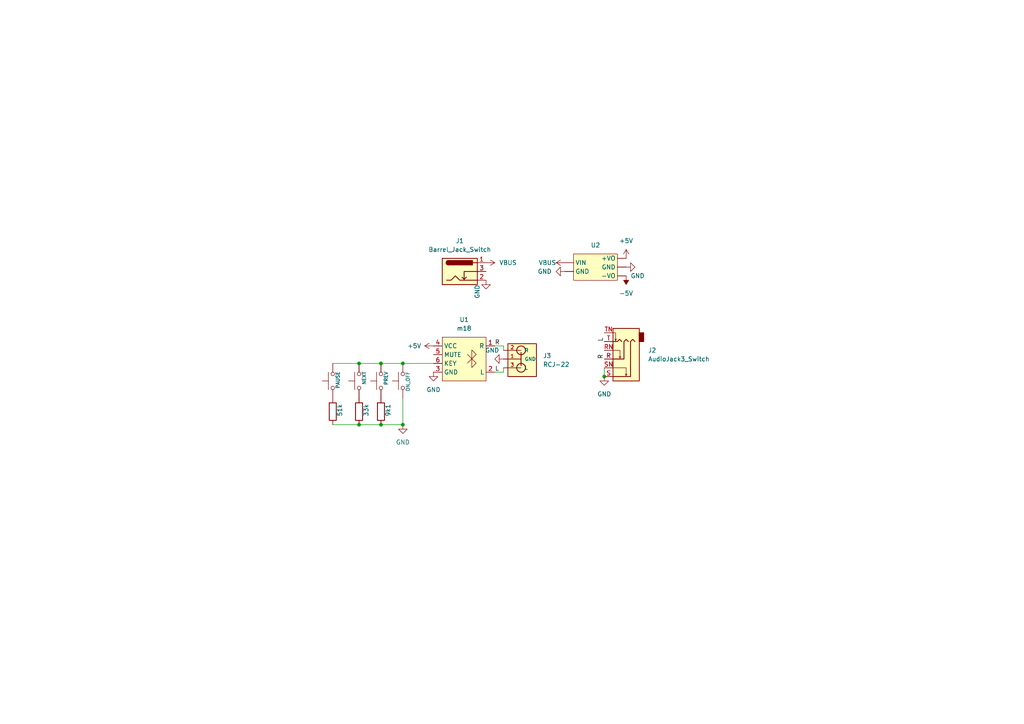
<source format=kicad_sch>
(kicad_sch (version 20211123) (generator eeschema)
  (paper "A4")
  (lib_symbols
    (symbol "Connector:AudioJack3_Switch"
      (property "Reference" "J" (at 0 11.43 0))
      (property "Value" "AudioJack3_Switch" (at 0 8.89 0))
      (symbol "AudioJack3_Switch_0_1"
        (rectangle (start -5.08 -5.08) (end -6.35 -7.62) (stroke (width 0.254)) (fill (type outline)))
        (polyline (pts (xy -1.27 4.826) (xy -1.016 4.318)))
        (polyline (pts (xy 0.508 -0.254) (xy 0.762 -0.762)))
        (polyline (pts (xy 1.778 -5.334) (xy 2.032 -5.842)))
        (polyline (pts (xy 0 -5.08) (xy 0.635 -5.715) (xy 1.27 -5.08) (xy 2.54 -5.08)) (stroke (width 0.254)))
        (polyline (pts (xy 2.54 -7.62) (xy 1.778 -7.62) (xy 1.778 -5.334) (xy 1.524 -5.842)))
        (polyline (pts (xy 2.54 -2.54) (xy 0.508 -2.54) (xy 0.508 -0.254) (xy 0.254 -0.762)))
        (polyline (pts (xy 2.54 2.54) (xy -1.27 2.54) (xy -1.27 4.826) (xy -1.524 4.318)))
        (polyline (pts (xy -1.905 -5.08) (xy -1.27 -5.715) (xy -0.635 -5.08) (xy -0.635 0) (xy 2.54 0)) (stroke (width 0.254)))
        (polyline (pts (xy 2.54 5.08) (xy -2.54 5.08) (xy -2.54 -5.08) (xy -3.175 -5.715) (xy -3.81 -5.08)) (stroke (width 0.254)))
        (rectangle (start 2.54 6.35) (end -5.08 -8.89) (stroke (width 0.254)) (fill (type background)))
      )
      (symbol "AudioJack3_Switch_1_1"
        (pin passive line (at 5.08 0 180) (length 2.54) (name "~") (number "R"))
        (pin passive line (at 5.08 -2.54 180) (length 2.54) (name "~") (number "RN"))
        (pin passive line (at 5.08 5.08 180) (length 2.54) (name "~") (number "S"))
        (pin passive line (at 5.08 2.54 180) (length 2.54) (name "~") (number "SN"))
        (pin passive line (at 5.08 -5.08 180) (length 2.54) (name "~") (number "T"))
        (pin passive line (at 5.08 -7.62 180) (length 2.54) (name "~") (number "TN"))
      )
    )
    (symbol "Connector:Barrel_Jack_Switch" (pin_names hide)
      (property "Reference" "J" (at 0 5.334 0))
      (property "Value" "Barrel_Jack_Switch" (at 0 -5.08 0))
      (symbol "Barrel_Jack_Switch_0_1"
        (rectangle (start -5.08 3.81) (end 5.08 -3.81) (stroke (width 0.254)) (fill (type background)))
        (arc (start -3.302 3.175) (mid -3.937 2.54) (end -3.302 1.905) (stroke (width 0.254)))
        (arc (start -3.302 3.175) (mid -3.937 2.54) (end -3.302 1.905) (stroke (width 0.254)) (fill (type outline)))
        (polyline (pts (xy 1.27 -2.286) (xy 1.905 -1.651)) (stroke (width 0.254)))
        (polyline (pts (xy 5.08 2.54) (xy 3.81 2.54)) (stroke (width 0.254)))
        (polyline (pts (xy 5.08 0) (xy 1.27 0) (xy 1.27 -2.286) (xy 0.635 -1.651)) (stroke (width 0.254)))
        (polyline (pts (xy -3.81 -2.54) (xy -2.54 -2.54) (xy -1.27 -1.27) (xy 0 -2.54) (xy 2.54 -2.54) (xy 5.08 -2.54)) (stroke (width 0.254)))
        (rectangle (start 3.683 3.175) (end -3.302 1.905) (stroke (width 0.254)) (fill (type outline)))
      )
      (symbol "Barrel_Jack_Switch_1_1"
        (pin passive line (at 7.62 2.54 180) (length 2.54) (name "~") (number "1"))
        (pin passive line (at 7.62 -2.54 180) (length 2.54) (name "~") (number "2"))
        (pin passive line (at 7.62 0 180) (length 2.54) (name "~") (number "3"))
      )
    )
    (symbol "Device:R" (pin_numbers hide) (pin_names (offset 0))
      (property "Reference" "R" (at 2.032 0 90))
      (property "Value" "R" (at 0 0 90))
      (symbol "R_0_1"
        (rectangle (start -1.016 -2.54) (end 1.016 2.54) (stroke (width 0.254)))
      )
      (symbol "R_1_1"
        (pin passive line (at 0 3.81 270) (length 1.27) (name "~") (number "1"))
        (pin passive line (at 0 -3.81 90) (length 1.27) (name "~") (number "2"))
      )
    )
    (symbol "Switch:SW_Push" (pin_numbers hide) (pin_names (offset 1.016) hide)
      (property "Reference" "SW" (at 1.27 2.54 0))
      (property "Value" "SW_Push" (at 0 -1.524 0))
      (symbol "SW_Push_0_1"
        (circle (center -2.032 0) (radius 0.508))
        (polyline (pts (xy 0 1.27) (xy 0 3.048)))
        (polyline (pts (xy 2.54 1.27) (xy -2.54 1.27)))
        (circle (center 2.032 0) (radius 0.508))
        (pin passive line (at -5.08 0 0) (length 2.54) (name "1") (number "1"))
        (pin passive line (at 5.08 0 180) (length 2.54) (name "2") (number "2"))
      )
    )
    (symbol "dd1718pa:dd1718pa" (pin_numbers hide)
      (property "Reference" "U" (at 0 5.08 0))
      (symbol "dd1718pa_0_1"
        (rectangle (start -6.35 3.81) (end 6.35 -3.81) (fill (type background)))
      )
      (symbol "dd1718pa_1_1"
        (pin power_in line (at -8.89 1.27 0) (length 2.54) (name "VIN") (number "1"))
        (pin power_in line (at -8.89 -1.27 0) (length 2.54) (name "GND") (number "2"))
        (pin power_out line (at 8.89 2.54 180) (length 2.54) (name "+VO") (number "3"))
        (pin power_in line (at 8.89 0 180) (length 2.54) (name "GND") (number "4"))
        (pin power_out line (at 8.89 -2.54 180) (length 2.54) (name "-VO") (number "5"))
      )
    )
    (symbol "m18:m18"
      (property "Reference" "U1" (at 0 11.43 0))
      (property "Value" "m18" (at 0 8.89 0))
      (symbol "m18_0_1"
        (rectangle (start -6.35 6.35) (end 6.35 -6.35) (fill (type background)))
        (polyline (pts (xy 2.2217 2.6258) (xy 2.2217 -2.4542) (xy 3.4917 -1.1842) (xy 2.2217 0.0858) (xy 3.4917 1.3558) (xy 2.2217 2.6258) (xy 2.2217 0.0858) (xy 0.9517 -1.1842) (xy 2.2217 0.0858) (xy 0.9517 1.3558)))
      )
      (symbol "m18_1_1"
        (pin input line (at 8.89 3.81 180) (length 2.54) (name "R") (number "1"))
        (pin input line (at 8.89 -3.81 180) (length 2.54) (name "L") (number "2"))
        (pin power_in line (at -8.89 -3.81 0) (length 2.54) (name "GND") (number "3"))
        (pin power_in line (at -8.89 3.81 0) (length 2.54) (name "VCC") (number "4"))
        (pin input line (at -8.89 1.27 0) (length 2.54) (name "MUTE") (number "5"))
        (pin input line (at -8.89 -1.27 0) (length 2.54) (name "KEY") (number "6"))
      )
    )
    (symbol "power:+5V" (power) (pin_names (offset 0))
      (property "Value" "+5V" (at 0 3.556 0))
      (symbol "+5V_0_1"
        (polyline (pts (xy -0.762 1.27) (xy 0 2.54)))
        (polyline (pts (xy 0 0) (xy 0 2.54)))
        (polyline (pts (xy 0 2.54) (xy 0.762 1.27)))
      )
      (symbol "+5V_1_1"
        (pin power_in line (at 0 0 90) (length 0) hide (name "+5V") (number "1"))
      )
    )
    (symbol "power:-5V" (power) (pin_names (offset 0))
      (property "Value" "-5V" (at 0 3.81 0))
      (symbol "-5V_0_0"
        (pin power_in line (at 0 0 90) (length 0) hide (name "-5V") (number "1"))
      )
      (symbol "-5V_0_1"
        (polyline (pts (xy 0 0) (xy 0 1.27) (xy 0.762 1.27) (xy 0 2.54) (xy -0.762 1.27) (xy 0 1.27)) (fill (type outline)))
      )
    )
    (symbol "power:GND" (power) (pin_names (offset 0))
      (property "Value" "GND" (at 0 -3.81 0))
      (symbol "GND_0_1"
        (polyline (pts (xy 0 0) (xy 0 -1.27) (xy 1.27 -1.27) (xy 0 -2.54) (xy -1.27 -1.27) (xy 0 -1.27)))
      )
      (symbol "GND_1_1"
        (pin power_in line (at 0 0 270) (length 0) hide (name "GND") (number "1"))
      )
    )
    (symbol "power:VBUS" (power) (pin_names (offset 0))
      (property "Value" "VBUS" (at 0 3.81 0))
      (symbol "VBUS_0_1"
        (polyline (pts (xy -0.762 1.27) (xy 0 2.54)))
        (polyline (pts (xy 0 0) (xy 0 2.54)))
        (polyline (pts (xy 0 2.54) (xy 0.762 1.27)))
      )
      (symbol "VBUS_1_1"
        (pin power_in line (at 0 0 90) (length 0) hide (name "VBUS") (number "1"))
      )
    )
    (symbol "rcj-22:RCJ-22" (pin_names (offset 1.016))
      (property "Reference" "J" (at -5.08 5.08 0))
      (property "Value" "RCJ-22" (at -1.905 -6.985 0))
      (symbol "RCJ-22_0_0"
        (rectangle (start -5.715 5.08) (end 2.54 -4.445) (stroke (width 0.254)) (fill (type background)))
        (circle (center -1.27 -2.54) (radius 1.27) (stroke (width 0.254)))
        (circle (center -1.27 2.54) (radius 1.27) (stroke (width 0.254)))
        (polyline (pts (xy -1.27 -1.905) (xy -1.27 0)) (stroke (width 0.254)))
        (polyline (pts (xy -1.27 1.905) (xy -1.27 0)) (stroke (width 0.254)))
        (pin bidirectional line (at 3.81 0 180) (length 5.08) (name "GND") (number "1"))
        (pin bidirectional line (at 3.81 -2.54 180) (length 5.08) (name "R") (number "2"))
        (pin bidirectional line (at 3.81 2.54 180) (length 5.08) (name "L") (number "3"))
      )
    )
  )
  (junction (at 116.84 123.19))
  (junction (at 175.26 109.22))
  (junction (at 104.14 105.41))
  (junction (at 116.84 105.41))
  (junction (at 110.49 105.41))
  (junction (at 104.14 123.19))
  (junction (at 110.49 123.19))
  (wire (pts (xy 116.84 105.41) (xy 125.73 105.41)))
  (wire (pts (xy 104.14 123.19) (xy 110.49 123.19)))
  (wire (pts (xy 116.84 115.57) (xy 116.84 123.19)))
  (wire (pts (xy 146.05 101.6) (xy 146.05 100.33)))
  (wire (pts (xy 110.49 105.41) (xy 116.84 105.41)))
  (wire (pts (xy 96.52 105.41) (xy 104.14 105.41)))
  (wire (pts (xy 175.26 106.68) (xy 175.26 109.22)))
  (wire (pts (xy 104.14 105.41) (xy 110.49 105.41)))
  (wire (pts (xy 146.05 107.95) (xy 146.05 106.68)))
  (wire (pts (xy 110.49 123.19) (xy 116.84 123.19)))
  (wire (pts (xy 143.51 107.95) (xy 146.05 107.95)))
  (wire (pts (xy 96.52 123.19) (xy 104.14 123.19)))
  (wire (pts (xy 146.05 100.33) (xy 143.51 100.33)))
  (label "R" (at 175.26 104.14 90))
  (label "R" (at 143.51 100.33 0))
  (label "L" (at 175.26 99.06 90))
  (label "L" (at 144.78 107.95 180))
  (symbol (lib_id "power:GND") (at 146.05 104.14 270) (unit 1)
    (property "Reference" "#PWR0103" (effects hide))
    (property "Value" "GND" (at 144.78 101.6 90) (effects (justify right)))
  )
  (symbol (lib_id "power:-5V") (at 181.61 80.01 180) (unit 1)
    (property "Reference" "#PWR0108" (effects hide))
    (property "Value" "-5V" (at 181.61 85.09 0))
  )
  (symbol (lib_id "Switch:SW_Push") (at 116.84 110.49 90) (unit 1)
    (property "Reference" "SW4" (effects hide))
    (property "Value" "ON_OFF" (at 118.3134 107.7174 0) (effects (font (size 1.016 1.016)) (justify right)))
  )
  (symbol (lib_id "power:GND") (at 125.73 107.95 0) (unit 1)
    (property "Reference" "#PWR0101" (effects hide))
    (property "Value" "GND" (at 125.73 113.03 0))
  )
  (symbol (lib_id "Connector:AudioJack3_Switch") (at 180.34 104.14 180) (unit 1)
    (property "Reference" "J2" (at 187.96 101.5999 0) (effects (justify right)))
    (property "Value" "AudioJack3_Switch" (at 187.96 104.1399 0) (effects (justify right)))
    (property "Footprint" "Connector_Audio:Jack_6.35mm_Neutrik_NMJ6HFD2-AU_Horizontal" (effects hide))
  )
  (symbol (lib_id "dd1718pa:dd1718pa") (at 172.72 77.47 0) (unit 1)
    (property "Reference" "U2" (at 172.72 71.12 0))
    (property "Value" "dd1718pa" (effects hide))
    (property "Footprint" "dd1718pa:dd1718pa" (effects hide))
    (property "Datasheet" "https://de.aliexpress.com/item/32824676563.html" (effects hide))
  )
  (symbol (lib_id "power:GND") (at 175.26 109.22 0) (unit 1)
    (property "Reference" "#PWR0102" (effects hide))
    (property "Value" "GND" (at 175.26 114.3 0))
  )
  (symbol (lib_id "Device:R") (at 110.49 119.38 0) (unit 1)
    (property "Reference" "R3" (effects hide))
    (property "Value" "9k1" (at 112.5298 120.821 90) (effects (justify left)))
    (property "Footprint" "Resistor_THT:R_Axial_DIN0207_L6.3mm_D2.5mm_P10.16mm_Horizontal" (effects hide))
  )
  (symbol (lib_id "rcj-22:RCJ-22") (at 149.86 104.14 180) (unit 1)
    (property "Reference" "J3" (at 157.48 103.1874 0) (effects (justify right)))
    (property "Value" "RCJ-22" (at 157.48 105.7274 0) (effects (justify right)))
    (property "Footprint" "rcj-22:rcj-22" (effects hide))
  )
  (symbol (lib_id "Device:R") (at 104.14 119.38 0) (unit 1)
    (property "Reference" "R2" (effects hide))
    (property "Value" "33k" (at 106.1798 120.821 90) (effects (justify left)))
    (property "Footprint" "Resistor_THT:R_Axial_DIN0207_L6.3mm_D2.5mm_P10.16mm_Horizontal" (effects hide))
  )
  (symbol (lib_id "power:GND") (at 163.83 78.74 270) (unit 1)
    (property "Reference" "#PWR0104" (effects hide))
    (property "Value" "GND" (at 160.02 78.74 90) (effects (justify right)))
  )
  (symbol (lib_id "m18:m18") (at 134.62 104.14 0) (unit 1)
    (property "Reference" "U1" (at 134.62 92.71 0))
    (property "Value" "m18" (at 134.62 95.25 0))
    (property "Footprint" "m18:m18" (effects hide))
    (property "Datasheet" "https://www.sunrom.com/download/705.pdf" (effects hide))
  )
  (symbol (lib_id "Connector:Barrel_Jack_Switch") (at 133.35 78.74 0) (unit 1)
    (property "Reference" "J1" (at 133.35 69.85 0))
    (property "Value" "Barrel_Jack_Switch" (at 133.35 72.39 0))
    (property "Footprint" "Connector_BarrelJack:BarrelJack_GCT_DCJ200-10-A_Horizontal" (effects hide))
  )
  (symbol (lib_id "Switch:SW_Push") (at 104.14 110.49 90) (unit 1)
    (property "Reference" "SW2" (effects hide))
    (property "Value" "NEXT" (at 105.6134 107.7174 0) (effects (font (size 1.016 1.016)) (justify right)))
  )
  (symbol (lib_id "Device:R") (at 96.52 119.38 0) (unit 1)
    (property "Reference" "R1" (effects hide))
    (property "Value" "51k" (at 98.5598 120.821 90) (effects (justify left)))
    (property "Footprint" "Resistor_THT:R_Axial_DIN0207_L6.3mm_D2.5mm_P10.16mm_Horizontal" (effects hide))
  )
  (symbol (lib_id "power:VBUS") (at 163.83 76.2 90) (unit 1)
    (property "Reference" "#PWR0106" (effects hide))
    (property "Value" "VBUS" (at 156.21 76.2 90) (effects (justify right)))
  )
  (symbol (lib_id "power:GND") (at 140.97 81.28 0) (unit 1)
    (property "Reference" "#PWR0109" (effects hide))
    (property "Value" "GND" (at 138.43 82.55 90) (effects (justify right)))
  )
  (symbol (lib_id "Switch:SW_Push") (at 96.52 110.49 90) (unit 1)
    (property "Reference" "SW1" (effects hide))
    (property "Value" "PAUSE" (at 97.9934 107.7174 0) (effects (font (size 1.016 1.016)) (justify right)))
  )
  (symbol (lib_id "power:GND") (at 116.84 123.19 0) (unit 1)
    (property "Reference" "#PWR0112" (effects hide))
    (property "Value" "GND" (at 116.84 128.27 0))
  )
  (symbol (lib_id "power:+5V") (at 125.73 100.33 90) (unit 1)
    (property "Reference" "#PWR0111" (effects hide))
    (property "Value" "+5V" (at 118.11 100.33 90) (effects (justify right)))
  )
  (symbol (lib_id "power:GND") (at 181.61 77.47 90) (unit 1)
    (property "Reference" "#PWR0105" (effects hide))
    (property "Value" "GND" (at 182.88 80.01 90) (effects (justify right)))
  )
  (symbol (lib_id "Switch:SW_Push") (at 110.49 110.49 90) (unit 1)
    (property "Reference" "SW3" (effects hide))
    (property "Value" "PREV" (at 111.9634 107.7174 0) (effects (font (size 1.016 1.016)) (justify right)))
  )
  (symbol (lib_id "power:VBUS") (at 140.97 76.2 270) (unit 1)
    (property "Reference" "#PWR0110" (effects hide))
    (property "Value" "VBUS" (at 144.78 76.1999 90) (effects (justify left)))
  )
  (symbol (lib_id "power:+5V") (at 181.61 74.93 0) (unit 1)
    (property "Reference" "#PWR0107" (effects hide))
    (property "Value" "+5V" (at 181.61 69.85 0))
  )
)
</source>
